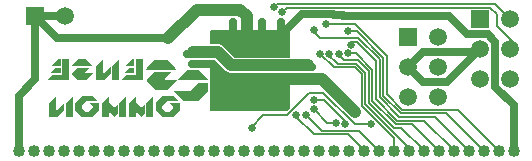
<source format=gbr>
G04 DipTrace 3.0.0.2*
G04 Bottom.gbr*
%MOIN*%
G04 #@! TF.FileFunction,Copper,L2,Bot*
G04 #@! TF.Part,Single*
%AMOUTLINE15*
4,1,4,
-0.051231,-0.017364,
0.051231,-0.017364,
0.017919,0.017364,
-0.01792,0.017364,
-0.051231,-0.017364,
0*%
%AMOUTLINE18*
4,1,7,
0.057852,0.031453,
0.026588,0.031453,
-0.000102,0.003629,
-0.05792,0.003629,
-0.024266,-0.031453,
0.024131,-0.031453,
0.05792,0.003772,
0.057852,0.031453,
0*%
%AMOUTLINE21*
4,1,4,
-0.05379,-0.017364,
0.05379,-0.017364,
0.020479,0.017364,
-0.020409,0.017364,
-0.05379,-0.017364,
0*%
%AMOUTLINE24*
4,1,9,
-0.051538,-0.000072,
-0.021434,-0.031454,
0.017953,-0.031454,
0.051538,0.003699,
0.010921,0.003699,
0.011058,0.009178,
0.032151,0.031381,
-0.024986,0.031454,
-0.051471,0.00363,
-0.051538,-0.000072,
0*%
G04 #@! TA.AperFunction,CopperBalancing*
%ADD13C,0.006*%
G04 #@! TA.AperFunction,Conductor*
%ADD14C,0.008*%
G04 #@! TA.AperFunction,ViaPad*
%ADD16C,0.025*%
%ADD18C,0.04*%
G04 #@! TA.AperFunction,Conductor*
%ADD24C,0.028*%
G04 #@! TA.AperFunction,ComponentPad*
%ADD25C,0.04*%
%ADD33R,0.059055X0.059055*%
%ADD34C,0.059055*%
G04 #@! TA.AperFunction,ViaPad*
%ADD45C,0.03*%
%ADD102OUTLINE15*%
%ADD105OUTLINE18*%
%ADD108OUTLINE21*%
%ADD111OUTLINE24*%
%FSLAX26Y26*%
G04*
G70*
G90*
G75*
G01*
G04 Bottom*
%LPD*%
X1005701Y766672D2*
D16*
X1024701D1*
Y774672D1*
D18*
X1107701D1*
X1152701Y729672D1*
X1407701D1*
D16*
X1400701Y722672D1*
X1420701D1*
X1253701Y872672D2*
Y810672D1*
X1216701Y773672D1*
X1150701Y915672D2*
D18*
X1180701D1*
X1203701Y892672D1*
Y817672D1*
X1222701Y798672D1*
X1300701D1*
D16*
X1313701Y811672D1*
X1159701Y872672D2*
Y830672D1*
D13*
X1216701Y773672D1*
X1419701Y682672D2*
D18*
X1223701D1*
D14*
X1216701Y689672D1*
X1317701Y872672D2*
D16*
Y815672D1*
X1313701Y811672D1*
X1022701Y735672D2*
X1083701D1*
D14*
X1134701Y684672D1*
X1211701D1*
X1216701Y689672D1*
Y773672D2*
X1275701D1*
X1313701Y811672D1*
X1159701Y872672D2*
Y825672D1*
X1144701Y810672D1*
X1117701D1*
X1115701Y812672D1*
X941701Y820672D2*
D18*
X1036701Y915672D1*
X1150701D1*
X1521630Y897672D2*
D16*
X1494701D1*
X1492701Y899672D1*
X1387701D1*
X1299701Y811672D1*
X1313701D1*
X1565701Y572672D2*
D18*
X1455701Y682672D1*
X1419701D1*
X1742701Y722672D2*
D24*
X1792701Y772672D1*
X1972701D1*
X1982701Y782672D1*
X1742701Y722672D2*
X1792701Y672672D1*
X1872701D1*
X1982701Y782672D1*
X941701Y820672D2*
D16*
X571730D1*
X498701Y893701D1*
X598701D1*
X498701D2*
Y682672D1*
X443701Y627672D1*
Y443701D1*
X2093701Y444672D2*
Y596672D1*
X2032701Y657672D1*
Y806672D1*
X2006701Y832672D1*
X1938701D1*
X1877701Y893672D1*
X1525630D1*
X1521630Y897672D1*
X1426701Y613672D2*
D13*
X1462701D1*
X1532701Y543672D1*
Y532672D1*
X1531701Y533672D1*
X1322701Y906672D2*
X1321701D1*
X1336701Y921672D1*
X2015701D1*
X2036701Y900672D1*
Y861672D1*
X2095701Y802672D1*
Y782672D1*
X2082701D1*
X1426701Y582672D2*
X1471701Y537672D1*
X1500701D1*
X1293701Y923672D2*
X1303701Y933672D1*
X2031701D1*
X2082701Y882672D1*
X1220701Y521672D2*
X1218701D1*
X1259701Y562672D1*
X1336701D1*
X1412701Y638672D1*
X1457701D1*
X1563701Y532672D1*
X1616701D1*
X1369701Y564672D2*
Y558672D1*
X1428701Y499672D1*
X1541701D1*
X1593701Y447672D1*
Y444378D1*
X1400701Y564672D2*
X1453701Y511672D1*
X1576436D1*
X1643701Y444407D1*
X1448701Y767672D2*
X1493701Y722672D1*
X1563701D1*
X1586701Y699672D1*
Y593672D1*
X1693701Y486672D1*
Y444436D1*
X1479701Y768672D2*
X1472701D1*
X1506701Y734672D1*
X1568701D1*
X1598701Y704672D1*
Y599672D1*
X1743701Y454672D1*
Y444466D1*
X1793701Y444495D2*
Y446672D1*
X1718701Y521672D1*
X1694701D1*
X1610701Y605672D1*
Y709672D1*
X1573701Y746672D1*
X1526701D1*
X1504701Y768672D1*
X1510701D1*
X1541701Y769672D2*
X1567701D1*
X1622701Y714672D1*
Y611672D1*
X1700701Y533672D1*
X1754554D1*
X1843701Y444525D1*
X1893701Y444554D2*
Y446672D1*
X1794701Y545672D1*
X1705701D1*
X1634701Y616672D1*
Y744672D1*
X1571701Y807672D1*
X1552701D1*
Y798672D1*
X1427701Y847672D2*
Y841672D1*
X1448701Y820672D1*
X1575701D1*
X1646701Y749672D1*
Y623672D1*
X1712701Y557672D1*
X1830613D1*
X1943701Y444584D1*
X1541701Y842672D2*
X1571701D1*
X1658701Y755672D1*
Y628672D1*
X1717701Y569672D1*
X1868642D1*
X1993701Y444613D1*
X1468701Y868672D2*
X1470701D1*
X1469701Y867672D2*
X1563701D1*
X1670701Y760672D1*
Y633672D1*
X1722701Y581672D1*
X1907701D1*
X2044731Y444642D1*
X2043701D1*
D16*
X1005701Y766672D3*
X1420701Y722672D3*
D3*
D18*
X1419701Y682672D3*
D16*
X1022701Y735672D3*
D18*
X941701Y820672D3*
D45*
X1521630Y897672D3*
D18*
X1565701Y572672D3*
X1419701Y682672D3*
X941701Y820672D3*
D45*
X1521630Y897672D3*
D16*
X1426701Y613672D3*
X1531701Y533672D3*
X1322701Y906672D3*
X1426701Y582672D3*
X1500701Y537672D3*
X1293701Y923672D3*
X1220701Y521672D3*
X1616701Y532672D3*
X1317701Y872672D3*
X1448701Y767672D3*
X1479701Y768672D3*
X1510701D3*
X1541701Y769672D3*
X1552701Y798672D3*
X1427701Y847672D3*
X1541701Y842672D3*
X1468701Y868672D3*
X1115701Y812672D3*
X1113701Y611672D3*
X1313701Y613672D3*
Y811672D3*
X1216701Y689672D3*
Y773672D3*
X1159701Y872672D3*
X1253701D3*
D18*
X1150701Y915672D3*
D16*
X1369701Y564672D3*
X1400701D3*
X1085301Y836803D2*
D13*
X1345101D1*
X1085301Y830935D2*
X1345101D1*
X1085301Y825066D2*
X1345101D1*
X1085301Y819197D2*
X1345101D1*
X1085301Y813328D2*
X1345101D1*
X1085301Y807460D2*
X1345101D1*
X1119689Y801591D2*
X1345101D1*
X1128572Y795722D2*
X1345101D1*
X1134456Y789853D2*
X1345101D1*
X1140327Y783984D2*
X1345101D1*
X1146185Y778116D2*
X1345101D1*
X1152057Y772247D2*
X1345101D1*
X1157928Y766378D2*
X1345101D1*
X1163799Y760509D2*
X1345101D1*
X1085301Y742903D2*
X1097537D1*
X1085301Y737034D2*
X1103407D1*
X1085301Y731166D2*
X1109278D1*
X1085301Y725297D2*
X1115138D1*
X1085301Y719428D2*
X1121009D1*
X1085301Y713559D2*
X1126881D1*
X1085301Y707691D2*
X1132834D1*
X1085301Y701822D2*
X1143239D1*
X1085301Y695953D2*
X1345101D1*
X1085301Y690084D2*
X1345101D1*
X1085301Y684215D2*
X1345101D1*
X1085301Y678347D2*
X1345101D1*
X1085301Y672478D2*
X1345101D1*
X1085301Y666609D2*
X1345101D1*
X1085301Y660740D2*
X1345101D1*
X1085301Y654872D2*
X1345101D1*
X1085301Y649003D2*
X1345101D1*
X1085301Y643134D2*
X1345101D1*
X1085301Y637265D2*
X1345101D1*
X1085301Y631397D2*
X1345101D1*
X1085301Y625528D2*
X1345101D1*
X1085301Y619659D2*
X1345101D1*
X1085301Y613790D2*
X1345101D1*
X1085301Y607921D2*
X1345101D1*
X1085301Y602053D2*
X1345101D1*
X1085301Y596184D2*
X1345101D1*
X1085301Y590315D2*
X1345101D1*
X1085301Y584446D2*
X1340583D1*
X1084689Y803912D2*
X1107701D1*
X1109995Y803822D1*
X1112276Y803553D1*
X1114526Y803104D1*
X1116736Y802481D1*
X1118891Y801687D1*
X1120975Y800725D1*
X1122979Y799604D1*
X1124887Y798328D1*
X1126691Y796907D1*
X1128377Y795348D1*
X1164828Y758897D1*
X1345721Y758912D1*
X1345701Y842672D1*
X1084701D1*
Y803895D1*
X1095618Y745432D2*
X1084697D1*
X1084701Y581672D1*
X1338400D1*
X1345721Y589002D1*
X1345701Y700441D1*
X1152701Y700432D1*
X1150407Y700523D1*
X1148126Y700792D1*
X1145876Y701240D1*
X1143666Y701864D1*
X1141511Y702658D1*
X1139427Y703620D1*
X1137423Y704740D1*
X1135515Y706016D1*
X1133711Y707437D1*
X1132025Y708996D1*
X1095574Y745448D1*
D25*
X2093701Y444672D3*
X2043701Y444642D3*
X1993701Y444613D3*
X1943701Y444584D3*
X1893701Y444554D3*
X1843701Y444525D3*
X1793701Y444495D3*
X1743701Y444466D3*
X1693701Y444436D3*
X1643701Y444407D3*
X1593701Y444378D3*
X1543701Y444348D3*
X1493701Y444319D3*
X1443701Y444289D3*
X1393701Y444260D3*
X1343701Y444231D3*
X1293701Y444201D3*
X1243701Y444172D3*
X1193701Y444142D3*
X1143701Y444113D3*
X1093701Y444084D3*
X1043701Y444054D3*
X993701Y444025D3*
X943701Y443995D3*
X893701Y443966D3*
X843701Y443936D3*
X793701Y443907D3*
X743701Y443878D3*
X693701Y443848D3*
X643701Y443819D3*
X593701Y443789D3*
X543701Y443760D3*
X493701Y443731D3*
X443701Y443701D3*
D33*
X1982701Y882672D3*
D34*
X2082701D3*
X1982701Y782672D3*
X2082701D3*
X1982701Y682672D3*
X2082701D3*
D33*
X1742701Y822672D3*
D34*
X1842701D3*
X1742701Y722672D3*
X1842701D3*
X1742701Y622672D3*
X1842701D3*
D33*
X498701Y893701D3*
D34*
X598701D3*
D102*
X1023701Y697701D3*
D105*
X1016876Y641911D3*
D108*
X918680Y732428D3*
D111*
X920932Y676638D3*
G36*
X945093Y572969D2*
X936355D1*
X922632Y587447D1*
Y595460D1*
X937052Y610549D1*
X977204Y610492D1*
X959782Y628756D1*
X922578D1*
X900385Y605615D1*
X900224Y582455D1*
X922846Y559027D1*
X959246D1*
X981868Y582512D1*
Y605615D1*
X949221Y605558D1*
X958924Y595460D1*
Y587447D1*
X945093Y572969D1*
G37*
G36*
X892129Y559027D2*
Y628756D1*
X869131Y604755D1*
Y559027D1*
X892129D1*
G37*
G36*
X833750Y605998D2*
Y628756D1*
X810752Y604755D1*
Y559027D1*
X833750D1*
Y576622D1*
X850583Y559027D1*
X854282D1*
X865164Y570311D1*
Y600968D1*
X856426Y591807D1*
X847313Y591864D1*
X833750Y605998D1*
G37*
G36*
X802604Y559027D2*
Y628756D1*
X779553Y604755D1*
Y559027D1*
X802604D1*
G37*
G36*
X744225Y605998D2*
Y628756D1*
X721174Y604755D1*
Y559027D1*
X744225D1*
Y576622D1*
X761058Y559027D1*
X764703D1*
X775586Y570311D1*
Y600968D1*
X766848Y591807D1*
X757734Y591864D1*
X744225Y605998D1*
G37*
G36*
X676197Y572969D2*
X667512D1*
X653789Y587447D1*
Y595460D1*
X668209Y610549D1*
X708362Y610492D1*
X690885Y628756D1*
X653735D1*
X631542Y605615D1*
X631381Y582455D1*
X654003Y559027D1*
X690403D1*
X713025Y582512D1*
Y605615D1*
X680378Y605558D1*
X690028Y595460D1*
Y587447D1*
X676197Y572969D1*
G37*
G36*
X623286Y559027D2*
Y628756D1*
X600235Y604812D1*
Y559027D1*
X623286D1*
G37*
G36*
X596321Y582455D2*
Y605615D1*
X574021Y582455D1*
X569196D1*
Y628756D1*
X546145Y604812D1*
Y559027D1*
X573860D1*
X596321Y582455D1*
G37*
G36*
X777784Y680546D2*
Y750275D1*
X754732Y726312D1*
Y680546D1*
X777784D1*
G37*
G36*
X750765Y703974D2*
Y727115D1*
X728518Y703974D1*
X723693D1*
Y750275D1*
X700642Y726312D1*
Y680546D1*
X728357D1*
X750765Y703974D1*
G37*
G36*
X856587Y680527D2*
Y750256D1*
X833589D1*
Y698887D1*
X802604D1*
X784967Y680527D1*
X856587D1*
G37*
G36*
X829622Y703955D2*
Y722468D1*
X811878D1*
X794027Y703955D1*
X829622D1*
G37*
G36*
Y727115D2*
Y750256D1*
X820509D1*
X798262Y727115D1*
X829622D1*
G37*
G36*
X641459Y750256D2*
X619212Y727115D1*
X690939D1*
X668745Y750256D1*
X641459D1*
G37*
G36*
X622268Y703917D2*
X622214Y701450D1*
X642317Y680527D1*
X668531D1*
X690939Y703955D1*
X663867D1*
X663974Y707608D1*
X678020Y722410D1*
X639904Y722468D1*
X622268Y703917D1*
G37*
G36*
X610474Y680527D2*
Y750256D1*
X587476D1*
Y698887D1*
X556491D1*
X538854Y680527D1*
X610474D1*
G37*
G36*
X583509Y703955D2*
Y722468D1*
X565819D1*
X547914Y703955D1*
X583509D1*
G37*
G36*
Y727115D2*
Y750256D1*
X574396D1*
X552149Y727115D1*
X583509D1*
G37*
M02*

</source>
